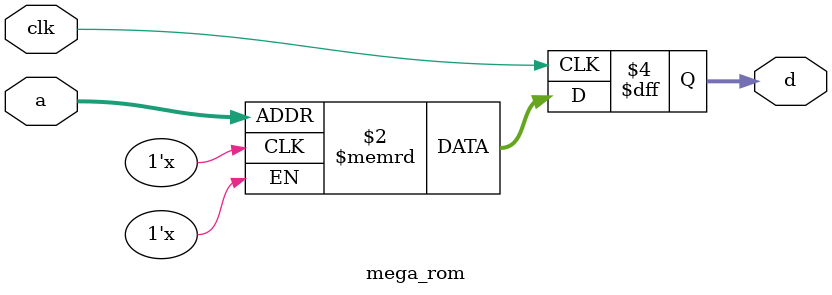
<source format=v>
/*
 * This IP is the ROM memory for the Atmel MEGA CPU implementation.
 * 
 * Copyright (C) 2017  Iulian Gheorghiu  (morgoth@devboard.tech)
 * 
 * This program is free software; you can redistribute it and/or
 * modify it under the terms of the GNU General Public License
 * as published by the Free Software Foundation; either version 2
 * of the License, or (at your option) any later version.
 * 
 * This program is distributed in the hope that it will be useful,
 * but WITHOUT ANY WARRANTY; without even the implied warranty of
 * MERCHANTABILITY or FITNESS FOR A PARTICULAR PURPOSE.  See the
 * GNU General Public License for more details.
 * 
 * You should have received a copy of the GNU General Public License
 * along with this program; if not, write to the Free Software
 * Foundation, Inc., 51 Franklin Street, Fifth Floor, Boston, MA  02110-1301, USA.
 */

`timescale 1ns / 1ps
 
module mega_rom  #(
	parameter ADDR_ROM_BUS_WIDTH = 14, /* < in address lines */
	parameter ROM_PATH = ""
) (
	input clk,
	input [ADDR_ROM_BUS_WIDTH-1:0] a,
	output reg[15:0]d
);

(* ram_style="block" *)
reg [15:0] mem [(2**ADDR_ROM_BUS_WIDTH)-1:0];

initial begin
if (ROM_PATH != "")
	$readmemh(ROM_PATH, mem);
end

reg [ADDR_ROM_BUS_WIDTH-1:0] a_int;

always @ (posedge clk)
begin
		d <= mem[a];
end

endmodule



</source>
